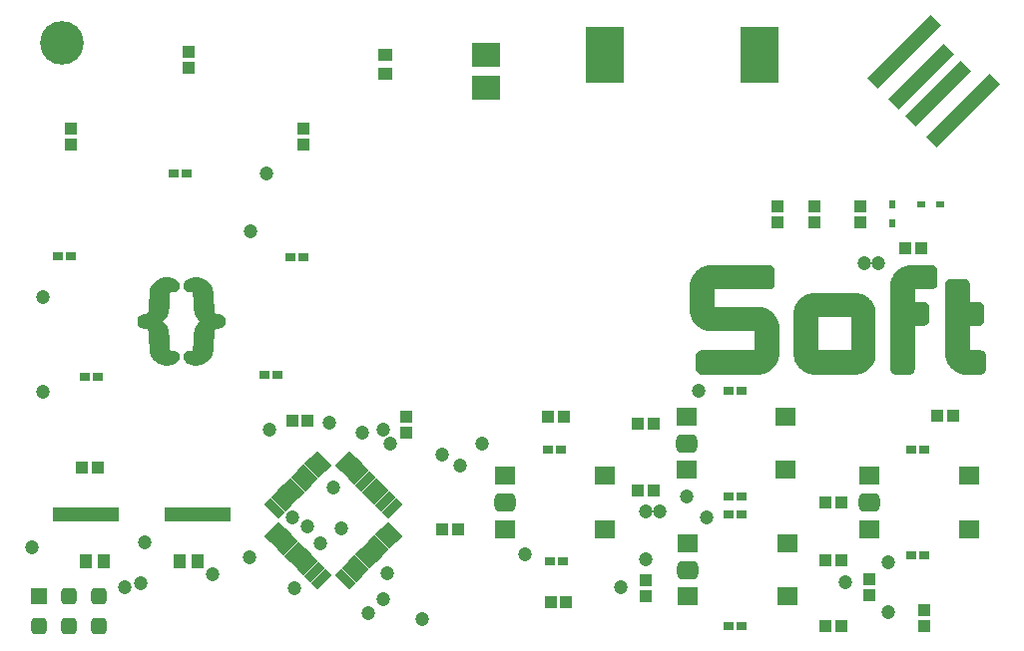
<source format=gts>
G04 Layer_Color=8388736*
%FSLAX25Y25*%
%MOIN*%
G70*
G01*
G75*
%ADD40R,0.04343X0.03950*%
%ADD41R,0.03556X0.02768*%
%ADD42R,0.04343X0.04540*%
%ADD43R,0.04540X0.04343*%
%ADD44R,0.09658X0.08477*%
G04:AMPARAMS|DCode=45|XSize=29.65mil|YSize=67.06mil|CornerRadius=0mil|HoleSize=0mil|Usage=FLASHONLY|Rotation=45.000|XOffset=0mil|YOffset=0mil|HoleType=Round|Shape=Rectangle|*
%AMROTATEDRECTD45*
4,1,4,0.01322,-0.03419,-0.03419,0.01322,-0.01322,0.03419,0.03419,-0.01322,0.01322,-0.03419,0.0*
%
%ADD45ROTATEDRECTD45*%

G04:AMPARAMS|DCode=46|XSize=29.65mil|YSize=67.06mil|CornerRadius=0mil|HoleSize=0mil|Usage=FLASHONLY|Rotation=315.000|XOffset=0mil|YOffset=0mil|HoleType=Round|Shape=Rectangle|*
%AMROTATEDRECTD46*
4,1,4,-0.03419,-0.01322,0.01322,0.03419,0.03419,0.01322,-0.01322,-0.03419,-0.03419,-0.01322,0.0*
%
%ADD46ROTATEDRECTD46*%

%ADD47R,0.12611X0.18516*%
%ADD48R,0.03950X0.04343*%
%ADD49R,0.07099X0.06292*%
G04:AMPARAMS|DCode=50|XSize=70.99mil|YSize=62.92mil|CornerRadius=17.73mil|HoleSize=0mil|Usage=FLASHONLY|Rotation=180.000|XOffset=0mil|YOffset=0mil|HoleType=Round|Shape=RoundedRectangle|*
%AMROUNDEDRECTD50*
21,1,0.07099,0.02746,0,0,180.0*
21,1,0.03553,0.06292,0,0,180.0*
1,1,0.03546,-0.01777,0.01373*
1,1,0.03546,0.01777,0.01373*
1,1,0.03546,0.01777,-0.01373*
1,1,0.03546,-0.01777,-0.01373*
%
%ADD50ROUNDEDRECTD50*%
%ADD51R,0.02965X0.02375*%
%ADD52R,0.02375X0.02965*%
%ADD53R,0.22453X0.05131*%
G04:AMPARAMS|DCode=54|XSize=47.37mil|YSize=260.36mil|CornerRadius=0mil|HoleSize=0mil|Usage=FLASHONLY|Rotation=135.000|XOffset=0mil|YOffset=0mil|HoleType=Round|Shape=Rectangle|*
%AMROTATEDRECTD54*
4,1,4,0.10880,0.07530,-0.07530,-0.10880,-0.10880,-0.07530,0.07530,0.10880,0.10880,0.07530,0.0*
%
%ADD54ROTATEDRECTD54*%

G04:AMPARAMS|DCode=55|XSize=47.37mil|YSize=299.73mil|CornerRadius=0mil|HoleSize=0mil|Usage=FLASHONLY|Rotation=135.000|XOffset=0mil|YOffset=0mil|HoleType=Round|Shape=Rectangle|*
%AMROTATEDRECTD55*
4,1,4,0.12272,0.08922,-0.08922,-0.12272,-0.12272,-0.08922,0.08922,0.12272,0.12272,0.08922,0.0*
%
%ADD55ROTATEDRECTD55*%

%ADD56C,0.00887*%
G04:AMPARAMS|DCode=57|XSize=55.24mil|YSize=55.24mil|CornerRadius=15.81mil|HoleSize=0mil|Usage=FLASHONLY|Rotation=180.000|XOffset=0mil|YOffset=0mil|HoleType=Round|Shape=RoundedRectangle|*
%AMROUNDEDRECTD57*
21,1,0.05524,0.02362,0,0,180.0*
21,1,0.02362,0.05524,0,0,180.0*
1,1,0.03162,-0.01181,0.01181*
1,1,0.03162,0.01181,0.01181*
1,1,0.03162,0.01181,-0.01181*
1,1,0.03162,-0.01181,-0.01181*
%
%ADD57ROUNDEDRECTD57*%
%ADD58R,0.05524X0.05524*%
%ADD59C,0.04737*%
%ADD60C,0.14579*%
D40*
X254724Y141043D02*
D03*
Y146358D02*
D03*
X130709Y75886D02*
D03*
Y70571D02*
D03*
X303543Y5906D02*
D03*
Y11220D02*
D03*
X18504Y172343D02*
D03*
Y167028D02*
D03*
X57874Y197933D02*
D03*
Y192618D02*
D03*
X266929Y146358D02*
D03*
Y141043D02*
D03*
X210630Y15748D02*
D03*
Y21063D02*
D03*
X285433Y21555D02*
D03*
Y16240D02*
D03*
X282283Y146358D02*
D03*
Y141043D02*
D03*
X96457Y172343D02*
D03*
Y167028D02*
D03*
D41*
X178051Y64961D02*
D03*
X182382D02*
D03*
X57480Y157087D02*
D03*
X53150D02*
D03*
X96457Y129134D02*
D03*
X92126D02*
D03*
X18504Y129528D02*
D03*
X14173D02*
D03*
X303543Y64961D02*
D03*
X299213D02*
D03*
X242520Y43307D02*
D03*
X238189D02*
D03*
X242520Y84646D02*
D03*
X238189D02*
D03*
X83465Y89764D02*
D03*
X87795D02*
D03*
X23228Y89370D02*
D03*
X27559D02*
D03*
X299213Y29528D02*
D03*
X303543D02*
D03*
X238189Y5906D02*
D03*
X242520D02*
D03*
X238189Y49213D02*
D03*
X242520D02*
D03*
X183071Y27559D02*
D03*
X178740D02*
D03*
D42*
X29724D02*
D03*
X23622D02*
D03*
X54921D02*
D03*
X61024D02*
D03*
D43*
X123622Y190650D02*
D03*
Y196752D02*
D03*
D44*
X157480Y185925D02*
D03*
X157480Y196752D02*
D03*
D45*
X102263Y60965D02*
D03*
X100036Y58738D02*
D03*
X97808Y56511D02*
D03*
X95581Y54284D02*
D03*
X93354Y52056D02*
D03*
X91127Y49829D02*
D03*
X88900Y47602D02*
D03*
X86673Y45375D02*
D03*
X110336Y21712D02*
D03*
X112563Y23939D02*
D03*
X114790Y26166D02*
D03*
X117017Y28394D02*
D03*
X119244Y30621D02*
D03*
X121471Y32848D02*
D03*
X123698Y35075D02*
D03*
X125926Y37302D02*
D03*
D46*
X86673Y37302D02*
D03*
X88900Y35075D02*
D03*
X91127Y32848D02*
D03*
X93354Y30621D02*
D03*
X95581Y28394D02*
D03*
X97808Y26166D02*
D03*
X100036Y23939D02*
D03*
X102263Y21712D02*
D03*
X125926Y45375D02*
D03*
X123698Y47602D02*
D03*
X121471Y49829D02*
D03*
X119244Y52056D02*
D03*
X117017Y54284D02*
D03*
X114790Y56511D02*
D03*
X112563Y58738D02*
D03*
X110336Y60965D02*
D03*
D47*
X196850Y196850D02*
D03*
X248819Y196850D02*
D03*
D48*
X183366Y75984D02*
D03*
X178051D02*
D03*
X184153Y13780D02*
D03*
X178839D02*
D03*
X213287Y73622D02*
D03*
X207972D02*
D03*
X275886Y47244D02*
D03*
X270571D02*
D03*
X275886Y27953D02*
D03*
X270571D02*
D03*
X275886Y5906D02*
D03*
X270571D02*
D03*
X302658Y132283D02*
D03*
X297342D02*
D03*
X313287Y76378D02*
D03*
X307972D02*
D03*
X22244Y59055D02*
D03*
X27559D02*
D03*
X97808Y74410D02*
D03*
X92493D02*
D03*
X147933Y38386D02*
D03*
X142618D02*
D03*
X213287Y51181D02*
D03*
X207972D02*
D03*
D49*
X196850Y56102D02*
D03*
Y38386D02*
D03*
X163779Y56102D02*
D03*
X163779Y38386D02*
D03*
X257480Y75787D02*
D03*
X257480Y58071D02*
D03*
X224409Y75787D02*
D03*
X224409Y58071D02*
D03*
X257874Y33465D02*
D03*
Y15748D02*
D03*
X224803Y33465D02*
D03*
Y15748D02*
D03*
X318504Y56102D02*
D03*
Y38386D02*
D03*
X285433Y56102D02*
D03*
Y38386D02*
D03*
D50*
X163779Y47244D02*
D03*
X224410Y66929D02*
D03*
X224803Y24606D02*
D03*
X285433Y47244D02*
D03*
D51*
X302756Y146850D02*
D03*
X309055Y146850D02*
D03*
D52*
X292849Y146803D02*
D03*
Y140503D02*
D03*
D53*
X23622Y43307D02*
D03*
X61024D02*
D03*
D54*
X302615Y189483D02*
D03*
X308183Y183915D02*
D03*
D55*
X297047Y197835D02*
D03*
X316534Y178348D02*
D03*
D56*
X265906Y90715D02*
X281306D01*
X265406Y90815D02*
X281806D01*
X265006Y90915D02*
X282206D01*
X264706Y91015D02*
X282506D01*
X264406Y91115D02*
X282806D01*
X264206Y91215D02*
X283006D01*
X264006Y91315D02*
X283206D01*
X263806Y91415D02*
X283406D01*
X263606Y91515D02*
X283606D01*
X263506Y91615D02*
X283806D01*
X263306Y91715D02*
X283906D01*
X263206Y91815D02*
X284106D01*
X263006Y91915D02*
X284206D01*
X262906Y92015D02*
X284306D01*
X262806Y92115D02*
X284506D01*
X262606Y92215D02*
X284606D01*
X262506Y92315D02*
X284706D01*
X262406Y92415D02*
X284806D01*
X262306Y92515D02*
X284906D01*
X262206Y92615D02*
X285006D01*
X262106Y92715D02*
X285106D01*
X262006Y92815D02*
X285206D01*
X261906Y92915D02*
X285306D01*
X261906Y93015D02*
X285406D01*
X261806Y93115D02*
X285406D01*
X261706Y93215D02*
X285506D01*
X261606Y93315D02*
X285606D01*
X261606Y93415D02*
X285706D01*
X261506Y93515D02*
X285706D01*
X261406Y93615D02*
X285806D01*
X261406Y93715D02*
X285906D01*
X261306Y93815D02*
X285906D01*
X261206Y93915D02*
X286006D01*
X261206Y94015D02*
X286006D01*
X261106Y94115D02*
X286106D01*
X261106Y94215D02*
X286106D01*
X261006Y94315D02*
X286206D01*
X261006Y94415D02*
X286206D01*
X260906Y94515D02*
X286306D01*
X260906Y94615D02*
X286306D01*
X260806Y94715D02*
X286406D01*
X260806Y94815D02*
X286406D01*
X260806Y94915D02*
X286406D01*
X260706Y95015D02*
X286506D01*
X260706Y95115D02*
X286506D01*
X260706Y95215D02*
X286506D01*
X260606Y95315D02*
X286606D01*
X260606Y95415D02*
X286606D01*
X260606Y95515D02*
X286606D01*
X260606Y95615D02*
X286706D01*
X260506Y95715D02*
X286706D01*
X260506Y95815D02*
X286706D01*
X260506Y95915D02*
X286706D01*
X260506Y96015D02*
X286706D01*
X260506Y96115D02*
X286806D01*
X260406Y96215D02*
X286806D01*
X260406Y96315D02*
X286806D01*
X260406Y96415D02*
X286806D01*
X260406Y96515D02*
X286806D01*
X260406Y96615D02*
X286806D01*
X260406Y96715D02*
X286806D01*
X260406Y96815D02*
X286806D01*
X260406Y96915D02*
X286806D01*
X260406Y97015D02*
X286806D01*
X260406Y97115D02*
X286806D01*
X260406Y97215D02*
X286806D01*
X260406Y97315D02*
X286806D01*
X260406Y97415D02*
X286806D01*
X260406Y97515D02*
X286806D01*
X260406Y97615D02*
X286806D01*
X260406Y97715D02*
X286806D01*
X260406Y97815D02*
X286806D01*
X279606Y97915D02*
X286806D01*
X260406D02*
X267606D01*
X279606Y98015D02*
X286806D01*
X260406D02*
X267606D01*
X279606Y98115D02*
X286806D01*
X260406D02*
X267606D01*
X279606Y98215D02*
X286806D01*
X260406D02*
X267606D01*
X279606Y98315D02*
X286806D01*
X260406D02*
X267606D01*
X279606Y98415D02*
X286806D01*
X260406D02*
X267606D01*
X279606Y98515D02*
X286806D01*
X260406D02*
X267606D01*
X279606Y98615D02*
X286806D01*
X260406D02*
X267606D01*
X279606Y98715D02*
X286806D01*
X260406D02*
X267606D01*
X279606Y98815D02*
X286806D01*
X260406D02*
X267606D01*
X279606Y98915D02*
X286806D01*
X260406D02*
X267606D01*
X279606Y99015D02*
X286806D01*
X260406D02*
X267606D01*
X279606Y99115D02*
X286806D01*
X260406D02*
X267606D01*
X279606Y99215D02*
X286806D01*
X260406D02*
X267606D01*
X279606Y99315D02*
X286806D01*
X260406D02*
X267606D01*
X279606Y99415D02*
X286806D01*
X260406D02*
X267606D01*
X279606Y99515D02*
X286806D01*
X260406D02*
X267606D01*
X279606Y99615D02*
X286806D01*
X260406D02*
X267606D01*
X279606Y99715D02*
X286806D01*
X260406D02*
X267606D01*
X279606Y99815D02*
X286806D01*
X260406D02*
X267606D01*
X279606Y99915D02*
X286806D01*
X260406D02*
X267606D01*
X279606Y100015D02*
X286806D01*
X260406D02*
X267606D01*
X279606Y100115D02*
X286806D01*
X260406D02*
X267606D01*
X279606Y100215D02*
X286806D01*
X260406D02*
X267606D01*
X279606Y100315D02*
X286806D01*
X260406D02*
X267606D01*
X279606Y100415D02*
X286806D01*
X260406D02*
X267606D01*
X279606Y100515D02*
X286806D01*
X260406D02*
X267606D01*
X279606Y100615D02*
X286806D01*
X260406D02*
X267606D01*
X279606Y100715D02*
X286806D01*
X260406D02*
X267606D01*
X279606Y100815D02*
X286806D01*
X260406D02*
X267606D01*
X279606Y100915D02*
X286806D01*
X260406D02*
X267606D01*
X279606Y101015D02*
X286806D01*
X260406D02*
X267606D01*
X279606Y101115D02*
X286806D01*
X260406D02*
X267606D01*
X279606Y101215D02*
X286806D01*
X260406D02*
X267606D01*
X279606Y101315D02*
X286806D01*
X260406D02*
X267606D01*
X279606Y101415D02*
X286806D01*
X260406D02*
X267606D01*
X279606Y101515D02*
X286806D01*
X260406D02*
X267606D01*
X279606Y101615D02*
X286806D01*
X260406D02*
X267606D01*
X279606Y101715D02*
X286806D01*
X260406D02*
X267606D01*
X279606Y101815D02*
X286806D01*
X260406D02*
X267606D01*
X279606Y101915D02*
X286806D01*
X260406D02*
X267606D01*
X279606Y102015D02*
X286806D01*
X260406D02*
X267606D01*
X279606Y102115D02*
X286806D01*
X260406D02*
X267606D01*
X279606Y102215D02*
X286806D01*
X260406D02*
X267606D01*
X279606Y102315D02*
X286806D01*
X260406D02*
X267606D01*
X279606Y102415D02*
X286806D01*
X260406D02*
X267606D01*
X279606Y102515D02*
X286806D01*
X260406D02*
X267606D01*
X279606Y102615D02*
X286806D01*
X260406D02*
X267606D01*
X279606Y102715D02*
X286806D01*
X260406D02*
X267606D01*
X279606Y102815D02*
X286806D01*
X260406D02*
X267606D01*
X279606Y102915D02*
X286806D01*
X260406D02*
X267606D01*
X279606Y103015D02*
X286806D01*
X260406D02*
X267606D01*
X279606Y103115D02*
X286806D01*
X260406D02*
X267606D01*
X279606Y103215D02*
X286806D01*
X260406D02*
X267606D01*
X279606Y103315D02*
X286806D01*
X260406D02*
X267606D01*
X279606Y103415D02*
X286806D01*
X260406D02*
X267606D01*
X279606Y103515D02*
X286806D01*
X260406D02*
X267606D01*
X279606Y103615D02*
X286806D01*
X260406D02*
X267606D01*
X279606Y103715D02*
X286806D01*
X260406D02*
X267606D01*
X279606Y103815D02*
X286806D01*
X260406D02*
X267606D01*
X279606Y103915D02*
X286806D01*
X260406D02*
X267606D01*
X279606Y104015D02*
X286806D01*
X260406D02*
X267606D01*
X279606Y104115D02*
X286806D01*
X260406D02*
X267606D01*
X279606Y104215D02*
X286806D01*
X260406D02*
X267606D01*
X279606Y104315D02*
X286806D01*
X260406D02*
X267606D01*
X279606Y104415D02*
X286806D01*
X260406D02*
X267606D01*
X279606Y104515D02*
X286806D01*
X260406D02*
X267606D01*
X279606Y104615D02*
X286806D01*
X260406D02*
X267606D01*
X279606Y104715D02*
X286806D01*
X260406D02*
X267606D01*
X279606Y104815D02*
X286806D01*
X260406D02*
X267606D01*
X279606Y104915D02*
X286806D01*
X260406D02*
X267606D01*
X279606Y105015D02*
X286806D01*
X260406D02*
X267606D01*
X279606Y105115D02*
X286806D01*
X260406D02*
X267606D01*
X279606Y105215D02*
X286806D01*
X260406D02*
X267606D01*
X279606Y105315D02*
X286806D01*
X260406D02*
X267606D01*
X279606Y105415D02*
X286806D01*
X260406D02*
X267606D01*
X279606Y105515D02*
X286806D01*
X260406D02*
X267606D01*
X279606Y105615D02*
X286806D01*
X260406D02*
X267606D01*
X279606Y105715D02*
X286806D01*
X260406D02*
X267606D01*
X279606Y105815D02*
X286806D01*
X260406D02*
X267606D01*
X279606Y105915D02*
X286806D01*
X260406D02*
X267606D01*
X279606Y106015D02*
X286806D01*
X260406D02*
X267606D01*
X279606Y106115D02*
X286806D01*
X260406D02*
X267606D01*
X279606Y106215D02*
X286806D01*
X260406D02*
X267606D01*
X279606Y106315D02*
X286806D01*
X260406D02*
X267606D01*
X279606Y106415D02*
X286806D01*
X260406D02*
X267606D01*
X279606Y106515D02*
X286806D01*
X260406D02*
X267606D01*
X279606Y106615D02*
X286806D01*
X260406D02*
X267606D01*
X279606Y106715D02*
X286806D01*
X260406D02*
X267606D01*
X279606Y106815D02*
X286806D01*
X260406D02*
X267606D01*
X279606Y106915D02*
X286806D01*
X260406D02*
X267606D01*
X279606Y107015D02*
X286806D01*
X260406D02*
X267606D01*
X279606Y107115D02*
X286806D01*
X260406D02*
X267606D01*
X279606Y107215D02*
X286806D01*
X260406D02*
X267606D01*
X279606Y107315D02*
X286806D01*
X260406D02*
X267606D01*
X279606Y107415D02*
X286806D01*
X260406D02*
X267606D01*
X279606Y107515D02*
X286806D01*
X260406D02*
X267606D01*
X279606Y107615D02*
X286806D01*
X260406D02*
X267606D01*
X279606Y107715D02*
X286806D01*
X260406D02*
X267606D01*
X279606Y107815D02*
X286806D01*
X260406D02*
X267606D01*
X279606Y107915D02*
X286806D01*
X260406D02*
X267606D01*
X279606Y108015D02*
X286806D01*
X260406D02*
X267606D01*
X279606Y108115D02*
X286806D01*
X260406D02*
X267606D01*
X279606Y108215D02*
X286806D01*
X260406D02*
X267606D01*
X279606Y108315D02*
X286806D01*
X260406D02*
X267606D01*
X279606Y108415D02*
X286806D01*
X260406D02*
X267606D01*
X279606Y108515D02*
X286806D01*
X260406D02*
X267606D01*
X279606Y108615D02*
X286806D01*
X260406D02*
X267606D01*
X279606Y108715D02*
X286806D01*
X260406D02*
X267606D01*
X279606Y108815D02*
X286806D01*
X260406D02*
X267606D01*
X279606Y108915D02*
X286806D01*
X260406D02*
X267606D01*
X279606Y109015D02*
X286806D01*
X260406D02*
X267606D01*
X279606Y109115D02*
X286806D01*
X260406D02*
X267606D01*
X279606Y109215D02*
X286806D01*
X260406D02*
X267606D01*
X279606Y109315D02*
X286806D01*
X260406D02*
X267606D01*
X279606Y109415D02*
X286806D01*
X260406D02*
X267606D01*
X279606Y109515D02*
X286806D01*
X260406D02*
X267606D01*
X279606Y109615D02*
X286806D01*
X260406D02*
X267606D01*
X279606Y109715D02*
X286806D01*
X260406D02*
X267606D01*
X260406Y109815D02*
X286806D01*
X260406Y109915D02*
X286806D01*
X260406Y110015D02*
X286806D01*
X260406Y110115D02*
X286806D01*
X260406Y110215D02*
X286806D01*
X260406Y110315D02*
X286806D01*
X260406Y110415D02*
X286806D01*
X260406Y110515D02*
X286806D01*
X260406Y110615D02*
X286806D01*
X260406Y110715D02*
X286806D01*
X260406Y110815D02*
X286806D01*
X260406Y110915D02*
X286806D01*
X260406Y111015D02*
X286806D01*
X260406Y111115D02*
X286806D01*
X260406Y111215D02*
X286806D01*
X260406Y111315D02*
X286806D01*
X260406Y111415D02*
X286806D01*
X260506Y111515D02*
X286706D01*
X260506Y111615D02*
X286706D01*
X260506Y111715D02*
X286706D01*
X260506Y111815D02*
X286706D01*
X260506Y111915D02*
X286706D01*
X260606Y112015D02*
X286606D01*
X260606Y112115D02*
X286606D01*
X260606Y112215D02*
X286606D01*
X260606Y112315D02*
X286606D01*
X260706Y112415D02*
X286506D01*
X260706Y112515D02*
X286506D01*
X260706Y112615D02*
X286506D01*
X260806Y112715D02*
X286406D01*
X260806Y112815D02*
X286406D01*
X260906Y112915D02*
X286306D01*
X260906Y113015D02*
X286306D01*
X261006Y113115D02*
X286306D01*
X261006Y113215D02*
X286206D01*
X261006Y113315D02*
X286206D01*
X261106Y113415D02*
X286106D01*
X261106Y113515D02*
X286106D01*
X261206Y113615D02*
X286006D01*
X261306Y113715D02*
X286006D01*
X261306Y113815D02*
X285906D01*
X261406Y113915D02*
X285806D01*
X261406Y114015D02*
X285806D01*
X261506Y114115D02*
X285706D01*
X261606Y114215D02*
X285606D01*
X261706Y114315D02*
X285506D01*
X261706Y114415D02*
X285506D01*
X261806Y114515D02*
X285406D01*
X261906Y114615D02*
X285306D01*
X262006Y114715D02*
X285206D01*
X262106Y114815D02*
X285106D01*
X262206Y114915D02*
X285006D01*
X262306Y115015D02*
X285006D01*
X262406Y115115D02*
X284806D01*
X262506Y115215D02*
X284706D01*
X262606Y115315D02*
X284606D01*
X262706Y115415D02*
X284506D01*
X262806Y115515D02*
X284406D01*
X263006Y115615D02*
X284306D01*
X263106Y115715D02*
X284106D01*
X263206Y115815D02*
X284006D01*
X263406Y115915D02*
X283806D01*
X263506Y116015D02*
X283706D01*
X263706Y116115D02*
X283506D01*
X263906Y116215D02*
X283306D01*
X264106Y116315D02*
X283106D01*
X264306Y116415D02*
X282906D01*
X264606Y116515D02*
X282706D01*
X264806Y116615D02*
X282406D01*
X265206Y116715D02*
X282006D01*
X265606Y116815D02*
X281606D01*
X266306Y116915D02*
X280906D01*
X60269Y110687D02*
X66169D01*
X44669D02*
X50569D01*
X60269Y110787D02*
X66069D01*
X44769D02*
X50569D01*
X60269Y110887D02*
X66069D01*
X44769D02*
X50569D01*
X60169Y110987D02*
X66069D01*
X44769D02*
X50669D01*
X60169Y111087D02*
X66069D01*
X44869D02*
X50669D01*
X60169Y111187D02*
X65969D01*
X44869D02*
X50669D01*
X60169Y111287D02*
X65969D01*
X44869D02*
X50669D01*
X60169Y111387D02*
X65969D01*
X44869D02*
X50669D01*
X60169Y111487D02*
X65969D01*
X44869D02*
X50669D01*
X60069Y111587D02*
X65969D01*
X44869D02*
X50769D01*
X60069Y111687D02*
X65969D01*
X44869D02*
X50769D01*
X60069Y111787D02*
X65969D01*
X44969D02*
X50769D01*
X60069Y111887D02*
X65869D01*
X44969D02*
X50769D01*
X60069Y111987D02*
X65869D01*
X44969D02*
X50769D01*
X60069Y112087D02*
X65869D01*
X44969D02*
X50769D01*
X60069Y112187D02*
X65869D01*
X44969D02*
X50769D01*
X60069Y112287D02*
X65869D01*
X44969D02*
X50769D01*
X59969Y112387D02*
X65869D01*
X44969D02*
X50869D01*
X59969Y112487D02*
X65869D01*
X44969D02*
X50869D01*
X59969Y112587D02*
X65869D01*
X44969D02*
X50869D01*
X59969Y112687D02*
X65869D01*
X44969D02*
X50869D01*
X59969Y112787D02*
X65869D01*
X44969D02*
X50869D01*
X59969Y112887D02*
X65869D01*
X44969D02*
X50869D01*
X59969Y112987D02*
X65869D01*
X44969D02*
X50869D01*
X59969Y113087D02*
X65869D01*
X44969D02*
X50869D01*
X59969Y113187D02*
X65869D01*
X44969D02*
X50869D01*
X59969Y113287D02*
X65869D01*
X44969D02*
X50869D01*
X59969Y113387D02*
X65869D01*
X44969D02*
X50869D01*
X59969Y113487D02*
X65869D01*
X44969D02*
X50869D01*
X59969Y113587D02*
X65769D01*
X45069D02*
X50869D01*
X59969Y113687D02*
X65769D01*
X45069D02*
X50969D01*
X59869Y113787D02*
X65769D01*
X45069D02*
X50969D01*
X59869Y113887D02*
X65769D01*
X45069D02*
X50969D01*
X59869Y113987D02*
X65769D01*
X45069D02*
X50969D01*
X59869Y114087D02*
X65769D01*
X45069D02*
X50969D01*
X59869Y114187D02*
X65769D01*
X45069D02*
X50969D01*
X59869Y114287D02*
X65769D01*
X45069D02*
X50969D01*
X59869Y114387D02*
X65769D01*
X45069D02*
X50969D01*
X59869Y114487D02*
X65769D01*
X45069D02*
X50969D01*
X59869Y114587D02*
X65769D01*
X45069D02*
X50969D01*
X59869Y114687D02*
X65769D01*
X45069D02*
X50969D01*
X59869Y114787D02*
X65769D01*
X45069D02*
X50969D01*
X59869Y114887D02*
X65769D01*
X45069D02*
X50969D01*
X59869Y114987D02*
X65769D01*
X45069D02*
X50969D01*
X59869Y115087D02*
X65769D01*
X45069D02*
X50969D01*
X59869Y115187D02*
X65769D01*
X45069D02*
X50969D01*
X59869Y115287D02*
X65769D01*
X45169D02*
X50969D01*
X59869Y115387D02*
X65669D01*
X45169D02*
X50969D01*
X59869Y115487D02*
X65669D01*
X45169D02*
X50969D01*
X59869Y115587D02*
X65669D01*
X45169D02*
X50969D01*
X59869Y115687D02*
X65669D01*
X45169D02*
X50969D01*
X59869Y115787D02*
X65669D01*
X45169D02*
X50969D01*
X59869Y115887D02*
X65669D01*
X45169D02*
X50969D01*
X59869Y115987D02*
X65669D01*
X45169D02*
X51069D01*
X59769Y116087D02*
X65669D01*
X45169D02*
X51069D01*
X59769Y116187D02*
X65669D01*
X45169D02*
X51069D01*
X59769Y116287D02*
X65669D01*
X45169D02*
X51069D01*
X59769Y116387D02*
X65669D01*
X45169D02*
X51069D01*
X59769Y116487D02*
X65669D01*
X45169D02*
X51069D01*
X59769Y116587D02*
X65669D01*
X45169D02*
X51069D01*
X59769Y116687D02*
X65669D01*
X45269D02*
X51069D01*
X59769Y116787D02*
X65569D01*
X45269D02*
X51069D01*
X59769Y116887D02*
X65569D01*
X45269D02*
X51069D01*
X59769Y116987D02*
X65569D01*
X45269D02*
X51069D01*
X59769Y117087D02*
X65569D01*
X45269D02*
X51069D01*
X59769Y117187D02*
X65569D01*
X45269D02*
X51069D01*
X59769Y117287D02*
X65569D01*
X45269D02*
X51069D01*
X59769Y117387D02*
X65569D01*
X45269D02*
X51069D01*
X59669Y117487D02*
X65569D01*
X45269D02*
X51169D01*
X59669Y117587D02*
X65569D01*
X45269D02*
X51169D01*
X59569Y117687D02*
X65569D01*
X45269D02*
X51269D01*
X59569Y117787D02*
X65569D01*
X45269D02*
X51269D01*
X59469Y117887D02*
X65469D01*
X45369D02*
X51369D01*
X59269Y117987D02*
X65469D01*
X45369D02*
X51569D01*
X59169Y118087D02*
X65469D01*
X45369D02*
X51669D01*
X58969Y118187D02*
X65469D01*
X45369D02*
X51869D01*
X58769Y118287D02*
X65469D01*
X57469D02*
X58569D01*
X52269D02*
X53469D01*
X45369D02*
X52069D01*
X57169Y118387D02*
X65469D01*
X45369D02*
X53669D01*
X57069Y118487D02*
X65369D01*
X45469D02*
X53769D01*
X56969Y118587D02*
X65369D01*
X45469D02*
X53869D01*
X56869Y118687D02*
X65369D01*
X45469D02*
X53969D01*
X56769Y118787D02*
X65369D01*
X45469D02*
X54069D01*
X56669Y118887D02*
X65269D01*
X45569D02*
X54169D01*
X56669Y118987D02*
X65269D01*
X45569D02*
X54169D01*
X56669Y119087D02*
X65269D01*
X45569D02*
X54169D01*
X56569Y119187D02*
X65169D01*
X45669D02*
X54269D01*
X56569Y119287D02*
X65169D01*
X45669D02*
X54269D01*
X56569Y119387D02*
X65069D01*
X45769D02*
X54269D01*
X56569Y119487D02*
X65069D01*
X45769D02*
X54269D01*
X56569Y119587D02*
X64969D01*
X45869D02*
X54269D01*
X56569Y119687D02*
X64969D01*
X45969D02*
X54269D01*
X56569Y119787D02*
X64869D01*
X45969D02*
X54269D01*
X56569Y119887D02*
X64769D01*
X46069D02*
X54269D01*
X56569Y119987D02*
X64769D01*
X46069D02*
X54269D01*
X56569Y120087D02*
X64669D01*
X46169D02*
X54269D01*
X56569Y120187D02*
X64569D01*
X46269D02*
X54269D01*
X56669Y120287D02*
X64469D01*
X46369D02*
X54169D01*
X56669Y120387D02*
X64369D01*
X46469D02*
X54169D01*
X56669Y120487D02*
X64269D01*
X46569D02*
X54169D01*
X56769Y120587D02*
X64169D01*
X46669D02*
X54069D01*
X56869Y120687D02*
X64069D01*
X46769D02*
X54069D01*
X56869Y120787D02*
X63969D01*
X46869D02*
X53969D01*
X56969Y120887D02*
X63769D01*
X47069D02*
X53869D01*
X57069Y120987D02*
X63669D01*
X47169D02*
X53769D01*
X57069Y121087D02*
X63569D01*
X47269D02*
X53769D01*
X57169Y121187D02*
X63369D01*
X47469D02*
X53669D01*
X57369Y121287D02*
X63269D01*
X47569D02*
X53469D01*
X57469Y121387D02*
X63069D01*
X47769D02*
X53369D01*
X57569Y121487D02*
X62969D01*
X47869D02*
X53269D01*
X57769Y121587D02*
X62769D01*
X48069D02*
X53069D01*
X57869Y121687D02*
X62569D01*
X48269D02*
X52969D01*
X58169Y121787D02*
X62369D01*
X48469D02*
X52669D01*
X58369Y121887D02*
X62169D01*
X48669D02*
X52469D01*
X58669Y121987D02*
X61869D01*
X48969D02*
X52169D01*
X59169Y122087D02*
X61369D01*
X49469D02*
X51669D01*
X44669Y110587D02*
X50569D01*
X60269D02*
X66169D01*
X44569Y110487D02*
X50469D01*
X60369D02*
X66269D01*
X44569Y110387D02*
X50469D01*
X60369D02*
X66269D01*
X44469Y110287D02*
X50469D01*
X60369D02*
X66369D01*
X44269Y110187D02*
X50369D01*
X60469D02*
X66569D01*
X44069Y110087D02*
X50369D01*
X60469D02*
X66769D01*
X43669Y109987D02*
X50269D01*
X60569D02*
X67169D01*
X43169Y109887D02*
X50269D01*
X60569D02*
X67669D01*
X42669Y109787D02*
X50169D01*
X60669D02*
X68169D01*
X42369Y109687D02*
X50169D01*
X60669D02*
X68469D01*
X42069Y109587D02*
X50069D01*
X60769D02*
X68769D01*
X41869Y109487D02*
X50069D01*
X60769D02*
X68969D01*
X41769Y109387D02*
X49969D01*
X60869D02*
X69069D01*
X41569Y109287D02*
X49869D01*
X60969D02*
X69269D01*
X41569Y109187D02*
X49869D01*
X60969D02*
X69369D01*
X41469Y109087D02*
X49769D01*
X61069D02*
X69369D01*
X41369Y108987D02*
X49669D01*
X61169D02*
X69469D01*
X41369Y108887D02*
X49569D01*
X61269D02*
X69569D01*
X41269Y108787D02*
X49469D01*
X61369D02*
X69569D01*
X41269Y108687D02*
X49369D01*
X61469D02*
X69569D01*
X41269Y108587D02*
X49269D01*
X61569D02*
X69669D01*
X41169Y108487D02*
X49169D01*
X61669D02*
X69669D01*
X41169Y108387D02*
X49069D01*
X61769D02*
X69669D01*
X41169Y108287D02*
X48969D01*
X61869D02*
X69669D01*
X41169Y108187D02*
X48869D01*
X61969D02*
X69669D01*
X41169Y108087D02*
X48669D01*
X62169D02*
X69669D01*
X41169Y107987D02*
X48569D01*
X62269D02*
X69669D01*
X41169Y107887D02*
X48469D01*
X62369D02*
X69669D01*
X41169Y107787D02*
X48569D01*
X62269D02*
X69669D01*
X41169Y107687D02*
X48769D01*
X62069D02*
X69669D01*
X41169Y107587D02*
X48869D01*
X61969D02*
X69669D01*
X41169Y107487D02*
X48969D01*
X61869D02*
X69669D01*
X41169Y107387D02*
X49169D01*
X61669D02*
X69669D01*
X41169Y107287D02*
X49269D01*
X61569D02*
X69669D01*
X41269Y107187D02*
X49369D01*
X61469D02*
X69569D01*
X41269Y107087D02*
X49469D01*
X61369D02*
X69569D01*
X41269Y106987D02*
X49569D01*
X61269D02*
X69569D01*
X41369Y106887D02*
X49669D01*
X61169D02*
X69469D01*
X41369Y106787D02*
X49669D01*
X61169D02*
X69469D01*
X41469Y106687D02*
X49769D01*
X61069D02*
X69369D01*
X41569Y106587D02*
X49869D01*
X60969D02*
X69269D01*
X41669Y106487D02*
X49969D01*
X60869D02*
X69169D01*
X41769Y106387D02*
X49969D01*
X60869D02*
X69069D01*
X41969Y106287D02*
X50069D01*
X60769D02*
X68869D01*
X42169Y106187D02*
X50069D01*
X60769D02*
X68669D01*
X42469Y106087D02*
X50169D01*
X60669D02*
X68369D01*
X42769Y105987D02*
X50269D01*
X60669D02*
X68069D01*
X43269Y105887D02*
X50269D01*
X60569D02*
X67569D01*
X43869Y105787D02*
X50269D01*
X60569D02*
X66969D01*
X44169Y105687D02*
X50369D01*
X60469D02*
X66669D01*
X44369Y105587D02*
X50369D01*
X60469D02*
X66469D01*
X44469Y105487D02*
X50469D01*
X60369D02*
X66369D01*
X44569Y105387D02*
X50469D01*
X60369D02*
X66269D01*
X44569Y105287D02*
X50469D01*
X60369D02*
X66269D01*
X44669Y105187D02*
X50569D01*
X60269D02*
X66169D01*
X44669Y105087D02*
X50569D01*
X60269D02*
X66169D01*
X44769Y104987D02*
X50569D01*
X60269D02*
X66069D01*
X44769Y104887D02*
X50569D01*
X60269D02*
X66069D01*
X44769Y104787D02*
X50669D01*
X60169D02*
X66069D01*
X59369Y93687D02*
X61069D01*
X49769D02*
X51469D01*
X58869Y93787D02*
X61669D01*
X49169D02*
X51969D01*
X58469Y93887D02*
X62069D01*
X48769D02*
X52369D01*
X58169Y93987D02*
X62269D01*
X48569D02*
X52669D01*
X57969Y94087D02*
X62569D01*
X48269D02*
X52869D01*
X57769Y94187D02*
X62669D01*
X48169D02*
X53069D01*
X57669Y94287D02*
X62869D01*
X47969D02*
X53169D01*
X57469Y94387D02*
X63069D01*
X47769D02*
X53369D01*
X57369Y94487D02*
X63169D01*
X47669D02*
X53469D01*
X57269Y94587D02*
X63369D01*
X47469D02*
X53569D01*
X57169Y94687D02*
X63469D01*
X47369D02*
X53669D01*
X57069Y94787D02*
X63669D01*
X47169D02*
X53769D01*
X56969Y94887D02*
X63769D01*
X47069D02*
X53869D01*
X56869Y94987D02*
X63869D01*
X46969D02*
X53969D01*
X56869Y95087D02*
X64069D01*
X46769D02*
X53969D01*
X56769Y95187D02*
X64169D01*
X46669D02*
X54069D01*
X56769Y95287D02*
X64269D01*
X46569D02*
X54069D01*
X56669Y95387D02*
X64369D01*
X46469D02*
X54169D01*
X56669Y95487D02*
X64469D01*
X46369D02*
X54169D01*
X56569Y95587D02*
X64569D01*
X46269D02*
X54269D01*
X56569Y95687D02*
X64569D01*
X46269D02*
X54269D01*
X56569Y95787D02*
X64669D01*
X46169D02*
X54269D01*
X56569Y95887D02*
X64769D01*
X46069D02*
X54269D01*
X56569Y95987D02*
X64869D01*
X45969D02*
X54269D01*
X56569Y96087D02*
X64869D01*
X45969D02*
X54269D01*
X56569Y96187D02*
X64969D01*
X45869D02*
X54269D01*
X56569Y96287D02*
X65069D01*
X45869D02*
X54269D01*
X56569Y96387D02*
X65069D01*
X45769D02*
X54269D01*
X56569Y96487D02*
X65169D01*
X45769D02*
X54269D01*
X56569Y96587D02*
X65169D01*
X45669D02*
X54269D01*
X56569Y96687D02*
X65169D01*
X45669D02*
X54269D01*
X56669Y96787D02*
X65269D01*
X45569D02*
X54169D01*
X56669Y96887D02*
X65269D01*
X45569D02*
X54169D01*
X56769Y96987D02*
X65269D01*
X45569D02*
X54069D01*
X56869Y97087D02*
X65369D01*
X45469D02*
X53969D01*
X56869Y97187D02*
X65369D01*
X45469D02*
X53969D01*
X56969Y97287D02*
X65369D01*
X45469D02*
X53869D01*
X57169Y97387D02*
X65469D01*
X45369D02*
X53669D01*
X57369Y97487D02*
X65469D01*
X45369D02*
X53469D01*
X58969Y97587D02*
X65469D01*
X45369D02*
X51869D01*
X59069Y97687D02*
X65469D01*
X45369D02*
X51769D01*
X59269Y97787D02*
X65469D01*
X45369D02*
X51569D01*
X59369Y97887D02*
X65469D01*
X45369D02*
X51469D01*
X59469Y97987D02*
X65569D01*
X45269D02*
X51369D01*
X59569Y98087D02*
X65569D01*
X45269D02*
X51269D01*
X59669Y98187D02*
X65569D01*
X45269D02*
X51169D01*
X59669Y98287D02*
X65569D01*
X45269D02*
X51169D01*
X59769Y98387D02*
X65569D01*
X45269D02*
X51169D01*
X59769Y98487D02*
X65569D01*
X45269D02*
X51069D01*
X59769Y98587D02*
X65569D01*
X45269D02*
X51069D01*
X59769Y98687D02*
X65569D01*
X45269D02*
X51069D01*
X59769Y98787D02*
X65569D01*
X45269D02*
X51069D01*
X59769Y98887D02*
X65569D01*
X45269D02*
X51069D01*
X59769Y98987D02*
X65569D01*
X45269D02*
X51069D01*
X59769Y99087D02*
X65569D01*
X45269D02*
X51069D01*
X59769Y99187D02*
X65669D01*
X45169D02*
X51069D01*
X59769Y99287D02*
X65669D01*
X45169D02*
X51069D01*
X59769Y99387D02*
X65669D01*
X45169D02*
X51069D01*
X59769Y99487D02*
X65669D01*
X45169D02*
X51069D01*
X59769Y99587D02*
X65669D01*
X45169D02*
X51069D01*
X59769Y99687D02*
X65669D01*
X45169D02*
X51069D01*
X59869Y99787D02*
X65669D01*
X45169D02*
X51069D01*
X59869Y99887D02*
X65669D01*
X45169D02*
X50969D01*
X59869Y99987D02*
X65669D01*
X45169D02*
X50969D01*
X59869Y100087D02*
X65669D01*
X45169D02*
X50969D01*
X59869Y100187D02*
X65669D01*
X45169D02*
X50969D01*
X59869Y100287D02*
X65669D01*
X45169D02*
X50969D01*
X59869Y100387D02*
X65669D01*
X45169D02*
X50969D01*
X59869Y100487D02*
X65669D01*
X45169D02*
X50969D01*
X59869Y100587D02*
X65769D01*
X45069D02*
X50969D01*
X59869Y100687D02*
X65769D01*
X45069D02*
X50969D01*
X59869Y100787D02*
X65769D01*
X45069D02*
X50969D01*
X59869Y100887D02*
X65769D01*
X45069D02*
X50969D01*
X59869Y100987D02*
X65769D01*
X45069D02*
X50969D01*
X59869Y101087D02*
X65769D01*
X45069D02*
X50969D01*
X59869Y101187D02*
X65769D01*
X45069D02*
X50969D01*
X59869Y101287D02*
X65769D01*
X45069D02*
X50969D01*
X59869Y101387D02*
X65769D01*
X45069D02*
X50969D01*
X59869Y101487D02*
X65769D01*
X45069D02*
X50969D01*
X59869Y101587D02*
X65769D01*
X45069D02*
X50969D01*
X59869Y101687D02*
X65769D01*
X45069D02*
X50969D01*
X59869Y101787D02*
X65769D01*
X45069D02*
X50969D01*
X59869Y101887D02*
X65769D01*
X45069D02*
X50969D01*
X59869Y101987D02*
X65769D01*
X45069D02*
X50969D01*
X59969Y102087D02*
X65769D01*
X45069D02*
X50969D01*
X59969Y102187D02*
X65769D01*
X45069D02*
X50869D01*
X59969Y102287D02*
X65869D01*
X45069D02*
X50869D01*
X59969Y102387D02*
X65869D01*
X44969D02*
X50869D01*
X59969Y102487D02*
X65869D01*
X44969D02*
X50869D01*
X59969Y102587D02*
X65869D01*
X44969D02*
X50869D01*
X59969Y102687D02*
X65869D01*
X44969D02*
X50869D01*
X59969Y102787D02*
X65869D01*
X44969D02*
X50869D01*
X59969Y102887D02*
X65869D01*
X44969D02*
X50869D01*
X59969Y102987D02*
X65869D01*
X44969D02*
X50869D01*
X59969Y103087D02*
X65869D01*
X44969D02*
X50869D01*
X59969Y103187D02*
X65869D01*
X44969D02*
X50869D01*
X59969Y103287D02*
X65869D01*
X44969D02*
X50869D01*
X59969Y103387D02*
X65869D01*
X44969D02*
X50869D01*
X60069Y103487D02*
X65869D01*
X44969D02*
X50769D01*
X60069Y103587D02*
X65869D01*
X44969D02*
X50769D01*
X60069Y103687D02*
X65869D01*
X44969D02*
X50769D01*
X60069Y103787D02*
X65869D01*
X44969D02*
X50769D01*
X60069Y103887D02*
X65869D01*
X44969D02*
X50769D01*
X60069Y103987D02*
X65969D01*
X44969D02*
X50769D01*
X60069Y104087D02*
X65969D01*
X44869D02*
X50769D01*
X60069Y104187D02*
X65969D01*
X44869D02*
X50769D01*
X60169Y104287D02*
X65969D01*
X44869D02*
X50669D01*
X60169Y104387D02*
X65969D01*
X44869D02*
X50669D01*
X60169Y104487D02*
X65969D01*
X44869D02*
X50669D01*
X60169Y104587D02*
X65969D01*
X44869D02*
X50669D01*
X60169Y104687D02*
X65969D01*
X44869D02*
X50669D01*
X228706Y90715D02*
X249106D01*
X228506Y90815D02*
X249606D01*
X228406Y90915D02*
X249906D01*
X228206Y91015D02*
X250206D01*
X228106Y91115D02*
X250506D01*
X228106Y91215D02*
X250706D01*
X228006Y91315D02*
X250906D01*
X227906Y91415D02*
X251106D01*
X227906Y91515D02*
X251306D01*
X227906Y91615D02*
X251506D01*
X227806Y91715D02*
X251606D01*
X227806Y91815D02*
X251806D01*
X227806Y91915D02*
X251906D01*
X227806Y92015D02*
X252006D01*
X227806Y92115D02*
X252206D01*
X227806Y92215D02*
X252306D01*
X227806Y92315D02*
X252406D01*
X227806Y92415D02*
X252506D01*
X227806Y92515D02*
X252606D01*
X227806Y92615D02*
X252706D01*
X227806Y92715D02*
X252806D01*
X227806Y92815D02*
X252906D01*
X227806Y92915D02*
X253006D01*
X227806Y93015D02*
X253106D01*
X227806Y93115D02*
X253106D01*
X227806Y93215D02*
X253206D01*
X227806Y93315D02*
X253306D01*
X227806Y93415D02*
X253406D01*
X227806Y93515D02*
X253406D01*
X227806Y93615D02*
X253506D01*
X227806Y93715D02*
X253606D01*
X227806Y93815D02*
X253606D01*
X227806Y93915D02*
X253706D01*
X227806Y94015D02*
X253706D01*
X227806Y94115D02*
X253806D01*
X227806Y94215D02*
X253806D01*
X227806Y94315D02*
X253906D01*
X227806Y94415D02*
X253906D01*
X227806Y94515D02*
X254006D01*
X227806Y94615D02*
X254006D01*
X227806Y94715D02*
X254106D01*
X227806Y94815D02*
X254106D01*
X227806Y94915D02*
X254106D01*
X227806Y95015D02*
X254206D01*
X227806Y95115D02*
X254206D01*
X227806Y95215D02*
X254206D01*
X227806Y95315D02*
X254306D01*
X227806Y95415D02*
X254306D01*
X227806Y95515D02*
X254306D01*
X227806Y95615D02*
X254406D01*
X227806Y95715D02*
X254406D01*
X227806Y95815D02*
X254406D01*
X227806Y95915D02*
X254406D01*
X227806Y96015D02*
X254406D01*
X227806Y96115D02*
X254506D01*
X227806Y96215D02*
X254506D01*
X227806Y96315D02*
X254506D01*
X227806Y96415D02*
X254506D01*
X227806Y96515D02*
X254506D01*
X227806Y96615D02*
X254506D01*
X227806Y96715D02*
X254506D01*
X227806Y96815D02*
X254506D01*
X227906Y96915D02*
X254506D01*
X227906Y97015D02*
X254506D01*
X228006Y97115D02*
X254506D01*
X228006Y97215D02*
X254506D01*
X228106Y97315D02*
X254506D01*
X228206Y97415D02*
X254506D01*
X228306Y97515D02*
X254506D01*
X228506Y97615D02*
X254506D01*
X228706Y97715D02*
X254506D01*
X229106Y97815D02*
X254506D01*
X247306Y97915D02*
X254506D01*
X247306Y98015D02*
X254506D01*
X247306Y98115D02*
X254506D01*
X247306Y98215D02*
X254506D01*
X247306Y98315D02*
X254506D01*
X247306Y98415D02*
X254506D01*
X247306Y98515D02*
X254506D01*
X247306Y98615D02*
X254506D01*
X247306Y98715D02*
X254506D01*
X247306Y98815D02*
X254506D01*
X247306Y98915D02*
X254506D01*
X247306Y99015D02*
X254506D01*
X247306Y99115D02*
X254506D01*
X247306Y99215D02*
X254506D01*
X247306Y99315D02*
X254506D01*
X247306Y99415D02*
X254506D01*
X247306Y99515D02*
X254506D01*
X247306Y99615D02*
X254506D01*
X247306Y99715D02*
X254506D01*
X247306Y99815D02*
X254506D01*
X247306Y99915D02*
X254506D01*
X247306Y100015D02*
X254506D01*
X247306Y100115D02*
X254506D01*
X247306Y100215D02*
X254506D01*
X247306Y100315D02*
X254506D01*
X247306Y100415D02*
X254506D01*
X247306Y100515D02*
X254506D01*
X247306Y100615D02*
X254506D01*
X247306Y100715D02*
X254506D01*
X247306Y100815D02*
X254506D01*
X247306Y100915D02*
X254506D01*
X247306Y101015D02*
X254506D01*
X247306Y101115D02*
X254506D01*
X247306Y101215D02*
X254506D01*
X247306Y101315D02*
X254506D01*
X247306Y101415D02*
X254506D01*
X247306Y101515D02*
X254506D01*
X247306Y101615D02*
X254506D01*
X247306Y101715D02*
X254506D01*
X247306Y101815D02*
X254506D01*
X247306Y101915D02*
X254506D01*
X247306Y102015D02*
X254506D01*
X247306Y102115D02*
X254506D01*
X247306Y102215D02*
X254506D01*
X247306Y102315D02*
X254506D01*
X247306Y102415D02*
X254506D01*
X247306Y102515D02*
X254506D01*
X247306Y102615D02*
X254506D01*
X247306Y102715D02*
X254506D01*
X247306Y102815D02*
X254506D01*
X247306Y102915D02*
X254506D01*
X247306Y103015D02*
X254506D01*
X247306Y103115D02*
X254506D01*
X247306Y103215D02*
X254506D01*
X247306Y103315D02*
X254506D01*
X247306Y103415D02*
X254506D01*
X247306Y103515D02*
X254506D01*
X247306Y103615D02*
X254506D01*
X247306Y103715D02*
X254506D01*
X247306Y103815D02*
X254506D01*
X247306Y103915D02*
X254506D01*
X247306Y104015D02*
X254506D01*
X247306Y104115D02*
X254506D01*
X247306Y104215D02*
X254506D01*
X247306Y104315D02*
X254506D01*
X247306Y104415D02*
X254506D01*
X247306Y104515D02*
X254506D01*
X247306Y104615D02*
X254506D01*
X247306Y104715D02*
X254506D01*
X247306Y104815D02*
X254506D01*
X247306Y104915D02*
X254506D01*
X247306Y105015D02*
X254506D01*
X231806Y105115D02*
X254506D01*
X231006Y105215D02*
X254506D01*
X230606Y105315D02*
X254506D01*
X230206Y105415D02*
X254506D01*
X230006Y105515D02*
X254506D01*
X229706Y105615D02*
X254506D01*
X229506Y105715D02*
X254506D01*
X229306Y105815D02*
X254506D01*
X229106Y105915D02*
X254506D01*
X228906Y106015D02*
X254506D01*
X228806Y106115D02*
X254506D01*
X228606Y106215D02*
X254506D01*
X228506Y106315D02*
X254506D01*
X228306Y106415D02*
X254506D01*
X228206Y106515D02*
X254506D01*
X228106Y106615D02*
X254506D01*
X228006Y106715D02*
X254506D01*
X227906Y106815D02*
X254506D01*
X227706Y106915D02*
X254406D01*
X227606Y107015D02*
X254406D01*
X227506Y107115D02*
X254406D01*
X227506Y107215D02*
X254406D01*
X227406Y107315D02*
X254406D01*
X227306Y107415D02*
X254306D01*
X227206Y107515D02*
X254306D01*
X227106Y107615D02*
X254306D01*
X227006Y107715D02*
X254206D01*
X227006Y107815D02*
X254206D01*
X226906Y107915D02*
X254206D01*
X226806Y108015D02*
X254106D01*
X226806Y108115D02*
X254106D01*
X226706Y108215D02*
X254106D01*
X226606Y108315D02*
X254006D01*
X226606Y108415D02*
X254006D01*
X226506Y108515D02*
X253906D01*
X226506Y108615D02*
X253906D01*
X226406Y108715D02*
X253806D01*
X226406Y108815D02*
X253806D01*
X226306Y108915D02*
X253706D01*
X226306Y109015D02*
X253706D01*
X226206Y109115D02*
X253606D01*
X226206Y109215D02*
X253606D01*
X226206Y109315D02*
X253506D01*
X226106Y109415D02*
X253406D01*
X226106Y109515D02*
X253406D01*
X226106Y109615D02*
X253306D01*
X226006Y109715D02*
X253206D01*
X226006Y109815D02*
X253106D01*
X226006Y109915D02*
X253106D01*
X225906Y110015D02*
X253006D01*
X225906Y110115D02*
X252906D01*
X225906Y110215D02*
X252806D01*
X225906Y110315D02*
X252706D01*
X225806Y110415D02*
X252606D01*
X225806Y110515D02*
X252506D01*
X225806Y110615D02*
X252406D01*
X225806Y110715D02*
X252306D01*
X225806Y110815D02*
X252206D01*
X225806Y110915D02*
X252006D01*
X225806Y111015D02*
X251906D01*
X225806Y111115D02*
X251806D01*
X225806Y111215D02*
X251606D01*
X225706Y111315D02*
X251506D01*
X225706Y111415D02*
X251306D01*
X225706Y111515D02*
X251106D01*
X225706Y111615D02*
X250906D01*
X225706Y111715D02*
X250706D01*
X225706Y111815D02*
X250506D01*
X225706Y111915D02*
X250206D01*
X225706Y112015D02*
X249906D01*
X225706Y112115D02*
X249606D01*
X225706Y112215D02*
X249106D01*
X225706Y112315D02*
X232906D01*
X225706Y112415D02*
X232906D01*
X225706Y112515D02*
X232906D01*
X225706Y112615D02*
X232906D01*
X225706Y112715D02*
X232906D01*
X225706Y112815D02*
X232906D01*
X225706Y112915D02*
X232906D01*
X225706Y113015D02*
X232906D01*
X225706Y113115D02*
X232906D01*
X225706Y113215D02*
X232906D01*
X225706Y113315D02*
X232906D01*
X225706Y113415D02*
X232906D01*
X225706Y113515D02*
X232906D01*
X225706Y113615D02*
X232906D01*
X225706Y113715D02*
X232906D01*
X225706Y113815D02*
X232906D01*
X225706Y113915D02*
X232906D01*
X225706Y114015D02*
X232906D01*
X225706Y114115D02*
X232906D01*
X225706Y114215D02*
X232906D01*
X225706Y114315D02*
X232906D01*
X225706Y114415D02*
X232906D01*
X225706Y114515D02*
X232906D01*
X225706Y114615D02*
X232906D01*
X225706Y114715D02*
X232906D01*
X225706Y114815D02*
X232906D01*
X225706Y114915D02*
X232906D01*
X225706Y115015D02*
X232906D01*
X225706Y115115D02*
X232906D01*
X225706Y115215D02*
X232906D01*
X225706Y115315D02*
X232906D01*
X225706Y115415D02*
X232906D01*
X225706Y115515D02*
X232906D01*
X225706Y115615D02*
X232906D01*
X225706Y115715D02*
X232906D01*
X225706Y115815D02*
X232906D01*
X225706Y115915D02*
X232906D01*
X225706Y116015D02*
X232906D01*
X225706Y116115D02*
X232906D01*
X225706Y116215D02*
X232906D01*
X225706Y116315D02*
X232906D01*
X225706Y116415D02*
X232906D01*
X225706Y116515D02*
X232906D01*
X225706Y116615D02*
X232906D01*
X225706Y116715D02*
X232906D01*
X225706Y116815D02*
X232906D01*
X225706Y116915D02*
X232906D01*
X225706Y117015D02*
X232906D01*
X225706Y117115D02*
X232906D01*
X225706Y117215D02*
X232906D01*
X225706Y117315D02*
X232906D01*
X225706Y117415D02*
X232906D01*
X225706Y117515D02*
X232906D01*
X225706Y117615D02*
X232906D01*
X225706Y117715D02*
X232906D01*
X225706Y117815D02*
X232906D01*
X225706Y117915D02*
X232906D01*
X225706Y118015D02*
X232906D01*
X225706Y118115D02*
X232906D01*
X225706Y118215D02*
X232906D01*
X225706Y118315D02*
X232906D01*
X225706Y118415D02*
X232906D01*
X225706Y118515D02*
X232906D01*
X225706Y118615D02*
X232906D01*
X225706Y118715D02*
X232906D01*
X225706Y118815D02*
X232906D01*
X225706Y118915D02*
X232906D01*
X225706Y119015D02*
X232906D01*
X225706Y119115D02*
X252106D01*
X225706Y119215D02*
X252306D01*
X225706Y119315D02*
X252506D01*
X225706Y119415D02*
X252606D01*
X225706Y119515D02*
X252706D01*
X225706Y119615D02*
X252806D01*
X225706Y119715D02*
X252906D01*
X225706Y119815D02*
X252906D01*
X225706Y119915D02*
X253006D01*
X225706Y120015D02*
X253006D01*
X225806Y120115D02*
X253006D01*
X225806Y120215D02*
X253106D01*
X225806Y120315D02*
X253106D01*
X225806Y120415D02*
X253106D01*
X225806Y120515D02*
X253106D01*
X225806Y120615D02*
X253106D01*
X225806Y120715D02*
X253106D01*
X225806Y120815D02*
X253106D01*
X225806Y120915D02*
X253106D01*
X225906Y121015D02*
X253106D01*
X225906Y121115D02*
X253106D01*
X225906Y121215D02*
X253106D01*
X225906Y121315D02*
X253106D01*
X226006Y121415D02*
X253106D01*
X226006Y121515D02*
X253106D01*
X226006Y121615D02*
X253106D01*
X226106Y121715D02*
X253106D01*
X226106Y121815D02*
X253106D01*
X226106Y121915D02*
X253106D01*
X226206Y122015D02*
X253106D01*
X226206Y122115D02*
X253106D01*
X226206Y122215D02*
X253106D01*
X226306Y122315D02*
X253106D01*
X226306Y122415D02*
X253106D01*
X226406Y122515D02*
X253106D01*
X226406Y122615D02*
X253106D01*
X226506Y122715D02*
X253106D01*
X226506Y122815D02*
X253106D01*
X226606Y122915D02*
X253106D01*
X226606Y123015D02*
X253106D01*
X226706Y123115D02*
X253106D01*
X226806Y123215D02*
X253106D01*
X226806Y123315D02*
X253106D01*
X226906Y123415D02*
X253106D01*
X227006Y123515D02*
X253106D01*
X227006Y123615D02*
X253106D01*
X227106Y123715D02*
X253106D01*
X227206Y123815D02*
X253106D01*
X227306Y123915D02*
X253106D01*
X227406Y124015D02*
X253106D01*
X227506Y124115D02*
X253106D01*
X227506Y124215D02*
X253106D01*
X227606Y124315D02*
X253106D01*
X227706Y124415D02*
X253106D01*
X227906Y124515D02*
X253106D01*
X228006Y124615D02*
X253106D01*
X228106Y124715D02*
X253106D01*
X228206Y124815D02*
X253106D01*
X228306Y124915D02*
X253106D01*
X228506Y125015D02*
X253106D01*
X228606Y125115D02*
X253106D01*
X228806Y125215D02*
X253006D01*
X228906Y125315D02*
X253006D01*
X229106Y125415D02*
X253006D01*
X229306Y125515D02*
X252906D01*
X229506Y125615D02*
X252806D01*
X229706Y125715D02*
X252806D01*
X230006Y125815D02*
X252706D01*
X230206Y125915D02*
X252606D01*
X230606Y126015D02*
X252406D01*
X231006Y126115D02*
X252206D01*
X231806Y126215D02*
X251806D01*
X294006Y90615D02*
X298606D01*
X316406Y90715D02*
X322706D01*
X293606D02*
X299006D01*
X316006Y90815D02*
X322906D01*
X293406D02*
X299206D01*
X315606Y90915D02*
X323106D01*
X293206D02*
X299306D01*
X315306Y91015D02*
X323206D01*
X293106D02*
X299506D01*
X315106Y91115D02*
X323306D01*
X293006D02*
X299506D01*
X314806Y91215D02*
X323406D01*
X292906D02*
X299606D01*
X314606Y91315D02*
X323406D01*
X292906D02*
X299706D01*
X314406Y91415D02*
X323506D01*
X292806D02*
X299706D01*
X314306Y91515D02*
X323506D01*
X292806D02*
X299806D01*
X314106Y91615D02*
X323606D01*
X292806D02*
X299806D01*
X313906Y91715D02*
X323606D01*
X292706D02*
X299806D01*
X313806Y91815D02*
X323606D01*
X292706D02*
X299906D01*
X313706Y91915D02*
X323606D01*
X292706D02*
X299906D01*
X313506Y92015D02*
X323606D01*
X292706D02*
X299906D01*
X313406Y92115D02*
X323606D01*
X292706D02*
X299906D01*
X313306Y92215D02*
X323606D01*
X292706D02*
X299906D01*
X313206Y92315D02*
X323606D01*
X292706D02*
X299906D01*
X313106Y92415D02*
X323606D01*
X292706D02*
X299906D01*
X313006Y92515D02*
X323606D01*
X292706D02*
X299906D01*
X312906Y92615D02*
X323606D01*
X292706D02*
X299906D01*
X312806Y92715D02*
X323606D01*
X292706D02*
X299906D01*
X312706Y92815D02*
X323606D01*
X292706D02*
X299906D01*
X312606Y92915D02*
X323606D01*
X292706D02*
X299906D01*
X312506Y93015D02*
X323606D01*
X292706D02*
X299906D01*
X312406Y93115D02*
X323606D01*
X292706D02*
X299906D01*
X312406Y93215D02*
X323606D01*
X292706D02*
X299906D01*
X312306Y93315D02*
X323606D01*
X292706D02*
X299906D01*
X312206Y93415D02*
X323606D01*
X292706D02*
X299906D01*
X312106Y93515D02*
X323606D01*
X292706D02*
X299906D01*
X312106Y93615D02*
X323606D01*
X292706D02*
X299906D01*
X312006Y93715D02*
X323606D01*
X292706D02*
X299906D01*
X311906Y93815D02*
X323606D01*
X292706D02*
X299906D01*
X311906Y93915D02*
X323606D01*
X292706D02*
X299906D01*
X311806Y94015D02*
X323606D01*
X292706D02*
X299906D01*
X311806Y94115D02*
X323606D01*
X292706D02*
X299906D01*
X311706Y94215D02*
X323606D01*
X292706D02*
X299906D01*
X311706Y94315D02*
X323606D01*
X292706D02*
X299906D01*
X311606Y94415D02*
X323606D01*
X292706D02*
X299906D01*
X311606Y94515D02*
X323606D01*
X292706D02*
X299906D01*
X311506Y94615D02*
X323606D01*
X292706D02*
X299906D01*
X311506Y94715D02*
X323606D01*
X292706D02*
X299906D01*
X311506Y94815D02*
X323606D01*
X292706D02*
X299906D01*
X311406Y94915D02*
X323606D01*
X292706D02*
X299906D01*
X311406Y95015D02*
X323606D01*
X292706D02*
X299906D01*
X311406Y95115D02*
X323606D01*
X292706D02*
X299906D01*
X311306Y95215D02*
X323606D01*
X292706D02*
X299906D01*
X311306Y95315D02*
X323606D01*
X292706D02*
X299906D01*
X311306Y95415D02*
X323606D01*
X292706D02*
X299906D01*
X311206Y95515D02*
X323606D01*
X292706D02*
X299906D01*
X311206Y95615D02*
X323606D01*
X292706D02*
X299906D01*
X311206Y95715D02*
X323606D01*
X292706D02*
X299906D01*
X311206Y95815D02*
X323606D01*
X292706D02*
X299906D01*
X311106Y95915D02*
X323606D01*
X292706D02*
X299906D01*
X311106Y96015D02*
X323606D01*
X292706D02*
X299906D01*
X311106Y96115D02*
X323606D01*
X292706D02*
X299906D01*
X311106Y96215D02*
X323606D01*
X292706D02*
X299906D01*
X311106Y96315D02*
X323606D01*
X292706D02*
X299906D01*
X311106Y96415D02*
X323606D01*
X292706D02*
X299906D01*
X311106Y96515D02*
X323606D01*
X292706D02*
X299906D01*
X311106Y96615D02*
X323606D01*
X292706D02*
X299906D01*
X311006Y96715D02*
X323606D01*
X292706D02*
X299906D01*
X311006Y96815D02*
X323606D01*
X292706D02*
X299906D01*
X311006Y96915D02*
X323506D01*
X292706D02*
X299906D01*
X311006Y97015D02*
X323506D01*
X292706D02*
X299906D01*
X311006Y97115D02*
X323406D01*
X292706D02*
X299906D01*
X311006Y97215D02*
X323406D01*
X292706D02*
X299906D01*
X311006Y97315D02*
X323306D01*
X292706D02*
X299906D01*
X311006Y97415D02*
X323206D01*
X292706D02*
X299906D01*
X311006Y97515D02*
X323106D01*
X292706D02*
X299906D01*
X311006Y97615D02*
X322906D01*
X292706D02*
X299906D01*
X311006Y97715D02*
X322706D01*
X292706D02*
X299906D01*
X311006Y97815D02*
X322206D01*
X292706D02*
X299906D01*
X311006Y97915D02*
X318206D01*
X292706D02*
X299906D01*
X311006Y98015D02*
X318206D01*
X292706D02*
X299906D01*
X311006Y98115D02*
X318206D01*
X292706D02*
X299906D01*
X311006Y98215D02*
X318206D01*
X292706D02*
X299906D01*
X311006Y98315D02*
X318206D01*
X292706D02*
X299906D01*
X311006Y98415D02*
X318206D01*
X292706D02*
X299906D01*
X311006Y98515D02*
X318206D01*
X292706D02*
X299906D01*
X311006Y98615D02*
X318206D01*
X292706D02*
X299906D01*
X311006Y98715D02*
X318206D01*
X292706D02*
X299906D01*
X311006Y98815D02*
X318206D01*
X292706D02*
X299906D01*
X311006Y98915D02*
X318206D01*
X292706D02*
X299906D01*
X311006Y99015D02*
X318206D01*
X292706D02*
X299906D01*
X311006Y99115D02*
X318206D01*
X292706D02*
X299906D01*
X311006Y99215D02*
X318206D01*
X292706D02*
X299906D01*
X311006Y99315D02*
X318206D01*
X292706D02*
X299906D01*
X311006Y99415D02*
X318206D01*
X292706D02*
X299906D01*
X311006Y99515D02*
X318206D01*
X292706D02*
X299906D01*
X311006Y99615D02*
X318206D01*
X292706D02*
X299906D01*
X311006Y99715D02*
X318206D01*
X292706D02*
X299906D01*
X311006Y99815D02*
X318206D01*
X292706D02*
X299906D01*
X311006Y99915D02*
X318206D01*
X292706D02*
X299906D01*
X311006Y100015D02*
X318206D01*
X292706D02*
X299906D01*
X311006Y100115D02*
X318206D01*
X292706D02*
X299906D01*
X311006Y100215D02*
X318206D01*
X292706D02*
X299906D01*
X311006Y100315D02*
X318206D01*
X292706D02*
X299906D01*
X311006Y100415D02*
X318206D01*
X292706D02*
X299906D01*
X311006Y100515D02*
X318206D01*
X292706D02*
X299906D01*
X311006Y100615D02*
X318206D01*
X292706D02*
X299906D01*
X311006Y100715D02*
X318206D01*
X292706D02*
X299906D01*
X311006Y100815D02*
X318206D01*
X292706D02*
X299906D01*
X311006Y100915D02*
X318206D01*
X292706D02*
X299906D01*
X311006Y101015D02*
X318206D01*
X292706D02*
X299906D01*
X311006Y101115D02*
X318206D01*
X292706D02*
X299906D01*
X311006Y101215D02*
X318206D01*
X292706D02*
X299906D01*
X311006Y101315D02*
X318206D01*
X292706D02*
X299906D01*
X311006Y101415D02*
X318206D01*
X292706D02*
X299906D01*
X311006Y101515D02*
X318206D01*
X292706D02*
X299906D01*
X311006Y101615D02*
X318206D01*
X292706D02*
X299906D01*
X311006Y101715D02*
X318206D01*
X292706D02*
X299906D01*
X311006Y101815D02*
X318206D01*
X292706D02*
X299906D01*
X311006Y101915D02*
X318206D01*
X292706D02*
X299906D01*
X311006Y102015D02*
X318206D01*
X292706D02*
X299906D01*
X311006Y102115D02*
X318206D01*
X292706D02*
X299906D01*
X311006Y102215D02*
X318206D01*
X292706D02*
X299906D01*
X311006Y102315D02*
X318206D01*
X292706D02*
X299906D01*
X311006Y102415D02*
X318206D01*
X292706D02*
X299906D01*
X311006Y102515D02*
X318206D01*
X292706D02*
X299906D01*
X311006Y102615D02*
X318206D01*
X292706D02*
X299906D01*
X311006Y102715D02*
X318206D01*
X292706D02*
X299906D01*
X311006Y102815D02*
X318206D01*
X292706D02*
X299906D01*
X311006Y102915D02*
X318206D01*
X292706D02*
X299906D01*
X311006Y103015D02*
X318206D01*
X292706D02*
X299906D01*
X311006Y103115D02*
X318206D01*
X292706D02*
X299906D01*
X311006Y103215D02*
X318206D01*
X292706D02*
X299906D01*
X311006Y103315D02*
X318206D01*
X292706D02*
X299906D01*
X311006Y103415D02*
X318206D01*
X292706D02*
X299906D01*
X311006Y103515D02*
X318206D01*
X292706D02*
X299906D01*
X311006Y103615D02*
X318206D01*
X292706D02*
X299906D01*
X311006Y103715D02*
X318206D01*
X292706D02*
X299906D01*
X311006Y103815D02*
X318206D01*
X292706D02*
X299906D01*
X311006Y103915D02*
X318206D01*
X292706D02*
X299906D01*
X311006Y104015D02*
X318206D01*
X292706D02*
X299906D01*
X311006Y104115D02*
X318206D01*
X292706D02*
X299906D01*
X311006Y104215D02*
X318206D01*
X292706D02*
X299906D01*
X311006Y104315D02*
X318206D01*
X292706D02*
X299906D01*
X311006Y104415D02*
X318206D01*
X292706D02*
X299906D01*
X311006Y104515D02*
X318206D01*
X292706D02*
X299906D01*
X311006Y104615D02*
X318206D01*
X292706D02*
X299906D01*
X311006Y104715D02*
X318206D01*
X292706D02*
X299906D01*
X311006Y104815D02*
X318206D01*
X292706D02*
X299906D01*
X311006Y104915D02*
X318206D01*
X292706D02*
X299906D01*
X311006Y105015D02*
X318206D01*
X292706D02*
X299906D01*
X311006Y105115D02*
X318206D01*
X292706D02*
X299906D01*
X311006Y105215D02*
X318206D01*
X292706D02*
X299906D01*
X311006Y105315D02*
X318206D01*
X292706D02*
X299906D01*
X311006Y105415D02*
X318206D01*
X292706D02*
X299906D01*
X311006Y105515D02*
X318206D01*
X292706D02*
X299906D01*
X311006Y105615D02*
X318206D01*
X292706D02*
X299906D01*
X311006Y105715D02*
X318206D01*
X292706D02*
X299906D01*
X311006Y105815D02*
X318206D01*
X292706D02*
X299906D01*
X311006Y105915D02*
X318206D01*
X292706D02*
X299906D01*
X311006Y106015D02*
X318206D01*
X292706D02*
X299906D01*
X311006Y106115D02*
X318206D01*
X292706D02*
X299906D01*
X311006Y106215D02*
X318206D01*
X292706D02*
X299906D01*
X311006Y106315D02*
X318206D01*
X292706D02*
X299906D01*
X311006Y106415D02*
X318206D01*
X292706D02*
X299906D01*
X311006Y106515D02*
X318206D01*
X292706D02*
X299906D01*
X311006Y106615D02*
X318206D01*
X292706D02*
X299906D01*
X311006Y106715D02*
X318206D01*
X292706D02*
X299906D01*
X311006Y106815D02*
X318206D01*
X292706D02*
X299906D01*
X311006Y106915D02*
X321906D01*
X292706D02*
X303606D01*
X311006Y107015D02*
X322206D01*
X292706D02*
X303806D01*
X311006Y107115D02*
X322306D01*
X292706D02*
X304006D01*
X311006Y107215D02*
X322506D01*
X292706D02*
X304106D01*
X311006Y107315D02*
X322606D01*
X292706D02*
X304206D01*
X311006Y107415D02*
X322706D01*
X292706D02*
X304306D01*
X311006Y107515D02*
X322706D01*
X292706D02*
X304406D01*
X311006Y107615D02*
X322806D01*
X292706D02*
X304506D01*
X311006Y107715D02*
X322906D01*
X292706D02*
X304506D01*
X311006Y107815D02*
X322906D01*
X292706D02*
X304506D01*
X311006Y107915D02*
X322906D01*
X292706D02*
X304606D01*
X311006Y108015D02*
X323006D01*
X292706D02*
X304606D01*
X311006Y108115D02*
X323006D01*
X292706D02*
X304606D01*
X311006Y108215D02*
X323006D01*
X292706D02*
X304606D01*
X311006Y108315D02*
X323006D01*
X292706D02*
X304606D01*
X311006Y108415D02*
X323006D01*
X292706D02*
X304606D01*
X311006Y108515D02*
X323006D01*
X292706D02*
X304606D01*
X311006Y108615D02*
X323006D01*
X292706D02*
X304606D01*
X311006Y108715D02*
X323006D01*
X292706D02*
X304606D01*
X311006Y108815D02*
X323006D01*
X292706D02*
X304606D01*
X311006Y108915D02*
X323006D01*
X292706D02*
X304606D01*
X311006Y109015D02*
X323006D01*
X292706D02*
X304606D01*
X311006Y109115D02*
X323006D01*
X292706D02*
X304606D01*
X311006Y109215D02*
X323006D01*
X292706D02*
X304606D01*
X311006Y109315D02*
X323006D01*
X292706D02*
X304606D01*
X311006Y109415D02*
X323006D01*
X292706D02*
X304606D01*
X311006Y109515D02*
X323006D01*
X292706D02*
X304606D01*
X311006Y109615D02*
X323006D01*
X292706D02*
X304606D01*
X311006Y109715D02*
X323006D01*
X292706D02*
X304606D01*
X311006Y109815D02*
X323006D01*
X292706D02*
X304606D01*
X311006Y109915D02*
X323006D01*
X292706D02*
X304606D01*
X311006Y110015D02*
X323006D01*
X292706D02*
X304606D01*
X311006Y110115D02*
X323006D01*
X292706D02*
X304606D01*
X311006Y110215D02*
X323006D01*
X292706D02*
X304606D01*
X311006Y110315D02*
X323006D01*
X292706D02*
X304606D01*
X311006Y110415D02*
X323006D01*
X292706D02*
X304606D01*
X311006Y110515D02*
X323006D01*
X292706D02*
X304606D01*
X311006Y110615D02*
X323006D01*
X292706D02*
X304606D01*
X311006Y110715D02*
X323006D01*
X292706D02*
X304606D01*
X311006Y110815D02*
X323006D01*
X292706D02*
X304606D01*
X311006Y110915D02*
X323006D01*
X292706D02*
X304606D01*
X311006Y111015D02*
X323006D01*
X292706D02*
X304606D01*
X311006Y111115D02*
X323006D01*
X292706D02*
X304606D01*
X311006Y111215D02*
X323006D01*
X292706D02*
X304606D01*
X311006Y111315D02*
X323006D01*
X292706D02*
X304606D01*
X311006Y111415D02*
X323006D01*
X292706D02*
X304606D01*
X311006Y111515D02*
X323006D01*
X292706D02*
X304606D01*
X311006Y111615D02*
X323006D01*
X292706D02*
X304606D01*
X311006Y111715D02*
X323006D01*
X292706D02*
X304606D01*
X311006Y111815D02*
X323006D01*
X292706D02*
X304606D01*
X311006Y111915D02*
X323006D01*
X292706D02*
X304606D01*
X311006Y112015D02*
X323006D01*
X292706D02*
X304606D01*
X311006Y112115D02*
X323006D01*
X292706D02*
X304606D01*
X311006Y112215D02*
X323006D01*
X292706D02*
X304606D01*
X311006Y112315D02*
X323006D01*
X292706D02*
X304606D01*
X311006Y112415D02*
X323006D01*
X292706D02*
X304606D01*
X311006Y112515D02*
X323006D01*
X292706D02*
X304606D01*
X311006Y112615D02*
X323006D01*
X292706D02*
X304606D01*
X311006Y112715D02*
X323006D01*
X292706D02*
X304606D01*
X311006Y112815D02*
X323006D01*
X292706D02*
X304606D01*
X311006Y112915D02*
X323006D01*
X292706D02*
X304606D01*
X311006Y113015D02*
X322906D01*
X292706D02*
X304606D01*
X311006Y113115D02*
X322906D01*
X292706D02*
X304506D01*
X311006Y113215D02*
X322906D01*
X292706D02*
X304506D01*
X311006Y113315D02*
X322806D01*
X292706D02*
X304506D01*
X311006Y113415D02*
X322806D01*
X292706D02*
X304406D01*
X311006Y113515D02*
X322706D01*
X292706D02*
X304306D01*
X311006Y113615D02*
X322606D01*
X292706D02*
X304206D01*
X311006Y113715D02*
X322506D01*
X292706D02*
X304106D01*
X311006Y113815D02*
X322406D01*
X292706D02*
X304006D01*
X311006Y113915D02*
X322206D01*
X292706D02*
X303806D01*
X311006Y114015D02*
X321906D01*
X292706D02*
X303506D01*
X311006Y114115D02*
X318206D01*
X292706D02*
X299906D01*
X311006Y114215D02*
X318206D01*
X292706D02*
X299906D01*
X311006Y114315D02*
X318206D01*
X292706D02*
X299906D01*
X311006Y114415D02*
X318206D01*
X292706D02*
X299906D01*
X311006Y114515D02*
X318206D01*
X292706D02*
X299906D01*
X311006Y114615D02*
X318206D01*
X292706D02*
X299906D01*
X311006Y114715D02*
X318206D01*
X292706D02*
X299906D01*
X311006Y114815D02*
X318206D01*
X292706D02*
X299906D01*
X311006Y114915D02*
X318206D01*
X292706D02*
X299906D01*
X311006Y115015D02*
X318206D01*
X292706D02*
X299906D01*
X311006Y115115D02*
X318206D01*
X292706D02*
X299906D01*
X311006Y115215D02*
X318206D01*
X292706D02*
X299906D01*
X311006Y115315D02*
X318206D01*
X292706D02*
X299906D01*
X311006Y115415D02*
X318206D01*
X292706D02*
X299906D01*
X311006Y115515D02*
X318206D01*
X292706D02*
X299906D01*
X311006Y115615D02*
X318206D01*
X292706D02*
X299906D01*
X311006Y115715D02*
X318206D01*
X292706D02*
X299906D01*
X311006Y115815D02*
X318206D01*
X292706D02*
X299906D01*
X311006Y115915D02*
X318206D01*
X292706D02*
X299906D01*
X311006Y116015D02*
X318206D01*
X292706D02*
X299906D01*
X311006Y116115D02*
X318206D01*
X292706D02*
X299906D01*
X311006Y116215D02*
X318206D01*
X292706D02*
X299906D01*
X311006Y116315D02*
X318206D01*
X292706D02*
X299906D01*
X311006Y116415D02*
X318206D01*
X292706D02*
X299906D01*
X311006Y116515D02*
X318206D01*
X292706D02*
X299906D01*
X311006Y116615D02*
X318206D01*
X292706D02*
X299906D01*
X311006Y116715D02*
X318206D01*
X292706D02*
X299906D01*
X311006Y116815D02*
X318206D01*
X292706D02*
X299906D01*
X311006Y116915D02*
X318206D01*
X292706D02*
X299906D01*
X311006Y117015D02*
X318206D01*
X292706D02*
X299906D01*
X311006Y117115D02*
X318206D01*
X292706D02*
X299906D01*
X311006Y117215D02*
X318206D01*
X292706D02*
X299906D01*
X311006Y117315D02*
X318206D01*
X292706D02*
X299906D01*
X311006Y117415D02*
X318206D01*
X292706D02*
X299906D01*
X311006Y117515D02*
X318206D01*
X292706D02*
X299906D01*
X311006Y117615D02*
X318206D01*
X292706D02*
X299906D01*
X311006Y117715D02*
X318206D01*
X292706D02*
X299906D01*
X311006Y117815D02*
X318206D01*
X292706D02*
X299906D01*
X311006Y117915D02*
X318206D01*
X292706D02*
X299906D01*
X311006Y118015D02*
X318206D01*
X292706D02*
X299906D01*
X311006Y118115D02*
X318206D01*
X292706D02*
X299906D01*
X311006Y118215D02*
X318206D01*
X292706D02*
X299906D01*
X311006Y118315D02*
X318206D01*
X292706D02*
X299906D01*
X311006Y118415D02*
X318206D01*
X292706D02*
X299906D01*
X311006Y118515D02*
X318206D01*
X292706D02*
X299906D01*
X311006Y118615D02*
X318206D01*
X292706D02*
X299906D01*
X311006Y118715D02*
X318206D01*
X292706D02*
X299906D01*
X311006Y118815D02*
X318206D01*
X292706D02*
X299906D01*
X311006Y118915D02*
X318206D01*
X292706D02*
X299906D01*
X311006Y119015D02*
X318206D01*
X292706D02*
X299906D01*
X311006Y119115D02*
X318206D01*
X292706D02*
X306406D01*
X311006Y119215D02*
X318206D01*
X292706D02*
X306706D01*
X311006Y119315D02*
X318206D01*
X292706D02*
X306806D01*
X311006Y119415D02*
X318206D01*
X292706D02*
X306906D01*
X311006Y119515D02*
X318206D01*
X292706D02*
X307006D01*
X311006Y119615D02*
X318206D01*
X292706D02*
X307106D01*
X311006Y119715D02*
X318206D01*
X292706D02*
X307206D01*
X311006Y119815D02*
X318206D01*
X292706D02*
X307306D01*
X311006Y119915D02*
X318206D01*
X292706D02*
X307306D01*
X311006Y120015D02*
X318206D01*
X292706D02*
X307306D01*
X311006Y120115D02*
X318206D01*
X292706D02*
X307406D01*
X311006Y120215D02*
X318206D01*
X292706D02*
X307406D01*
X311006Y120315D02*
X318206D01*
X292706D02*
X307406D01*
X311106Y120415D02*
X318206D01*
X292706D02*
X307406D01*
X311106Y120515D02*
X318206D01*
X292706D02*
X307406D01*
X311106Y120615D02*
X318206D01*
X292706D02*
X307406D01*
X311106Y120715D02*
X318206D01*
X292806D02*
X307406D01*
X311106Y120815D02*
X318106D01*
X292806D02*
X307406D01*
X311206Y120915D02*
X318106D01*
X292806D02*
X307406D01*
X311306Y121015D02*
X318006D01*
X292806D02*
X307406D01*
X311306Y121115D02*
X317906D01*
X292806D02*
X307406D01*
X311406Y121215D02*
X317906D01*
X292906D02*
X307406D01*
X311506Y121315D02*
X317806D01*
X292906D02*
X307406D01*
X311606Y121415D02*
X317606D01*
X292906D02*
X307406D01*
X311806Y121515D02*
X317506D01*
X292906D02*
X307406D01*
X312006Y121615D02*
X317206D01*
X293006D02*
X307406D01*
X293006Y121715D02*
X307406D01*
X293006Y121815D02*
X307406D01*
X293106Y121915D02*
X307406D01*
X293106Y122015D02*
X307406D01*
X293106Y122115D02*
X307406D01*
X293206Y122215D02*
X307406D01*
X293206Y122315D02*
X307406D01*
X293306Y122415D02*
X307406D01*
X293306Y122515D02*
X307406D01*
X293406Y122615D02*
X307406D01*
X293406Y122715D02*
X307406D01*
X293506Y122815D02*
X307406D01*
X293506Y122915D02*
X307406D01*
X293606Y123015D02*
X307406D01*
X293606Y123115D02*
X307406D01*
X293706Y123215D02*
X307406D01*
X293806Y123315D02*
X307406D01*
X293806Y123415D02*
X307406D01*
X293906Y123515D02*
X307406D01*
X294006Y123615D02*
X307406D01*
X294106Y123715D02*
X307406D01*
X294106Y123815D02*
X307406D01*
X294206Y123915D02*
X307406D01*
X294306Y124015D02*
X307406D01*
X294406Y124115D02*
X307406D01*
X294506Y124215D02*
X307406D01*
X294606Y124315D02*
X307406D01*
X294706Y124415D02*
X307406D01*
X294806Y124515D02*
X307406D01*
X294906Y124615D02*
X307406D01*
X295006Y124715D02*
X307406D01*
X295106Y124815D02*
X307406D01*
X295306Y124915D02*
X307406D01*
X295406Y125015D02*
X307406D01*
X295506Y125115D02*
X307406D01*
X295706Y125215D02*
X307306D01*
X295906Y125315D02*
X307306D01*
X296006Y125415D02*
X307306D01*
X296206Y125515D02*
X307206D01*
X296406Y125615D02*
X307206D01*
X296606Y125715D02*
X307106D01*
X296906Y125815D02*
X307006D01*
X297206Y125915D02*
X306906D01*
X297506Y126015D02*
X306706D01*
X298006Y126115D02*
X306506D01*
X298706Y126215D02*
X306106D01*
D57*
X27874Y5748D02*
D03*
X17874D02*
D03*
X7874D02*
D03*
X27874Y15748D02*
D03*
X17874D02*
D03*
D58*
X7874D02*
D03*
D59*
X43307Y33858D02*
D03*
X135827Y8268D02*
D03*
X124409Y23622D02*
D03*
X215167Y44094D02*
D03*
X210630D02*
D03*
X288292Y127165D02*
D03*
X283755D02*
D03*
X83858Y157087D02*
D03*
X122835Y14961D02*
D03*
X118110Y10236D02*
D03*
X101969Y33465D02*
D03*
X210630Y28346D02*
D03*
X148819Y59449D02*
D03*
X277165Y20472D02*
D03*
X142519Y63386D02*
D03*
X155905Y66929D02*
D03*
X122834Y71653D02*
D03*
X125197Y66929D02*
D03*
X170472Y29921D02*
D03*
X106299Y52362D02*
D03*
X228346Y84646D02*
D03*
X224410Y49213D02*
D03*
X116142Y70472D02*
D03*
X231102Y42126D02*
D03*
X105118Y74016D02*
D03*
X92520Y42126D02*
D03*
X109055Y38583D02*
D03*
X202362Y18898D02*
D03*
X97638Y39370D02*
D03*
X78347Y28740D02*
D03*
X5502Y32274D02*
D03*
X42126Y20079D02*
D03*
X291732Y27165D02*
D03*
Y10630D02*
D03*
X9449Y115748D02*
D03*
Y84252D02*
D03*
X66142Y23228D02*
D03*
X36614Y18898D02*
D03*
X93307Y18504D02*
D03*
X85039Y71653D02*
D03*
X78740Y137795D02*
D03*
D60*
X15748Y200787D02*
D03*
M02*

</source>
